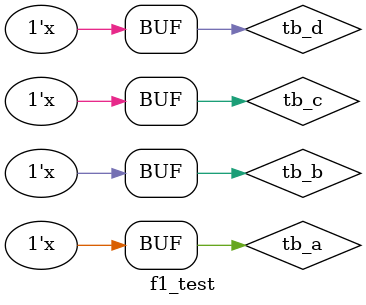
<source format=v>
module f1_test;
	reg tb_a, tb_b, tb_c, tb_d;
	wire out;

	f1 test (.a(tb_a), .b(tb_b), .c(tb_c), .d(tb_d), .out(tb_out));

	initial begin
		tb_a = 0;
		tb_b = 0;
		tb_c = 0;
		tb_d = 0;
	end
	
	always #1 tb_a = ~tb_a;
	always #2 tb_b = ~tb_b;
	always #4 tb_c = ~tb_c;
	always #8 tb_d = ~tb_d;
	
endmodule


</source>
